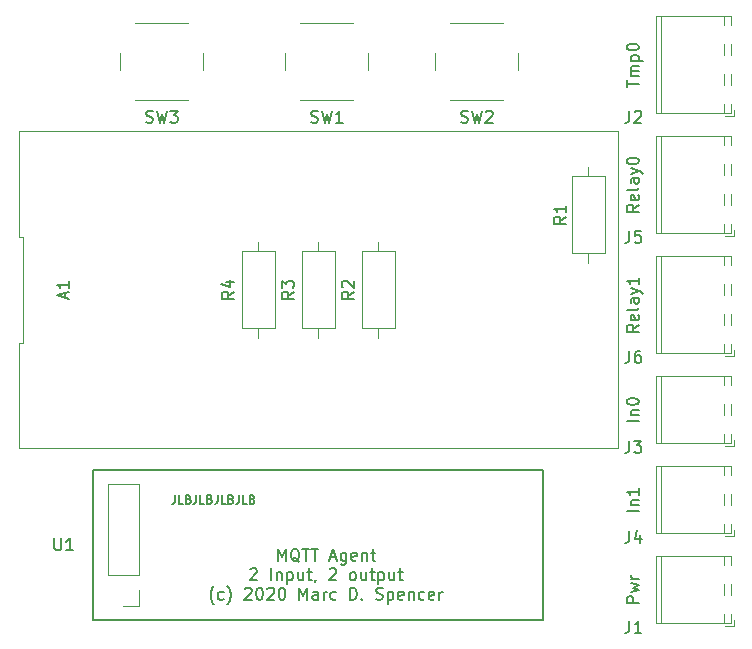
<source format=gbr>
%TF.GenerationSoftware,KiCad,Pcbnew,(5.1.6-0-10_14)*%
%TF.CreationDate,2020-09-21T00:36:23-04:00*%
%TF.ProjectId,MQTT Relay,4d515454-2052-4656-9c61-792e6b696361,rev?*%
%TF.SameCoordinates,Original*%
%TF.FileFunction,Legend,Top*%
%TF.FilePolarity,Positive*%
%FSLAX46Y46*%
G04 Gerber Fmt 4.6, Leading zero omitted, Abs format (unit mm)*
G04 Created by KiCad (PCBNEW (5.1.6-0-10_14)) date 2020-09-21 00:36:23*
%MOMM*%
%LPD*%
G01*
G04 APERTURE LIST*
%ADD10C,0.150000*%
%ADD11C,0.175000*%
%ADD12C,0.120000*%
G04 APERTURE END LIST*
D10*
X98187380Y-83892380D02*
X98187380Y-82892380D01*
X98520714Y-83606666D01*
X98854047Y-82892380D01*
X98854047Y-83892380D01*
X99996904Y-83987619D02*
X99901666Y-83940000D01*
X99806428Y-83844761D01*
X99663571Y-83701904D01*
X99568333Y-83654285D01*
X99473095Y-83654285D01*
X99520714Y-83892380D02*
X99425476Y-83844761D01*
X99330238Y-83749523D01*
X99282619Y-83559047D01*
X99282619Y-83225714D01*
X99330238Y-83035238D01*
X99425476Y-82940000D01*
X99520714Y-82892380D01*
X99711190Y-82892380D01*
X99806428Y-82940000D01*
X99901666Y-83035238D01*
X99949285Y-83225714D01*
X99949285Y-83559047D01*
X99901666Y-83749523D01*
X99806428Y-83844761D01*
X99711190Y-83892380D01*
X99520714Y-83892380D01*
X100235000Y-82892380D02*
X100806428Y-82892380D01*
X100520714Y-83892380D02*
X100520714Y-82892380D01*
X100996904Y-82892380D02*
X101568333Y-82892380D01*
X101282619Y-83892380D02*
X101282619Y-82892380D01*
X102615952Y-83606666D02*
X103092142Y-83606666D01*
X102520714Y-83892380D02*
X102854047Y-82892380D01*
X103187380Y-83892380D01*
X103949285Y-83225714D02*
X103949285Y-84035238D01*
X103901666Y-84130476D01*
X103854047Y-84178095D01*
X103758809Y-84225714D01*
X103615952Y-84225714D01*
X103520714Y-84178095D01*
X103949285Y-83844761D02*
X103854047Y-83892380D01*
X103663571Y-83892380D01*
X103568333Y-83844761D01*
X103520714Y-83797142D01*
X103473095Y-83701904D01*
X103473095Y-83416190D01*
X103520714Y-83320952D01*
X103568333Y-83273333D01*
X103663571Y-83225714D01*
X103854047Y-83225714D01*
X103949285Y-83273333D01*
X104806428Y-83844761D02*
X104711190Y-83892380D01*
X104520714Y-83892380D01*
X104425476Y-83844761D01*
X104377857Y-83749523D01*
X104377857Y-83368571D01*
X104425476Y-83273333D01*
X104520714Y-83225714D01*
X104711190Y-83225714D01*
X104806428Y-83273333D01*
X104854047Y-83368571D01*
X104854047Y-83463809D01*
X104377857Y-83559047D01*
X105282619Y-83225714D02*
X105282619Y-83892380D01*
X105282619Y-83320952D02*
X105330238Y-83273333D01*
X105425476Y-83225714D01*
X105568333Y-83225714D01*
X105663571Y-83273333D01*
X105711190Y-83368571D01*
X105711190Y-83892380D01*
X106044523Y-83225714D02*
X106425476Y-83225714D01*
X106187380Y-82892380D02*
X106187380Y-83749523D01*
X106235000Y-83844761D01*
X106330238Y-83892380D01*
X106425476Y-83892380D01*
X95830238Y-84637619D02*
X95877857Y-84590000D01*
X95973095Y-84542380D01*
X96211190Y-84542380D01*
X96306428Y-84590000D01*
X96354047Y-84637619D01*
X96401666Y-84732857D01*
X96401666Y-84828095D01*
X96354047Y-84970952D01*
X95782619Y-85542380D01*
X96401666Y-85542380D01*
X97592142Y-85542380D02*
X97592142Y-84542380D01*
X98068333Y-84875714D02*
X98068333Y-85542380D01*
X98068333Y-84970952D02*
X98115952Y-84923333D01*
X98211190Y-84875714D01*
X98354047Y-84875714D01*
X98449285Y-84923333D01*
X98496904Y-85018571D01*
X98496904Y-85542380D01*
X98973095Y-84875714D02*
X98973095Y-85875714D01*
X98973095Y-84923333D02*
X99068333Y-84875714D01*
X99258809Y-84875714D01*
X99354047Y-84923333D01*
X99401666Y-84970952D01*
X99449285Y-85066190D01*
X99449285Y-85351904D01*
X99401666Y-85447142D01*
X99354047Y-85494761D01*
X99258809Y-85542380D01*
X99068333Y-85542380D01*
X98973095Y-85494761D01*
X100306428Y-84875714D02*
X100306428Y-85542380D01*
X99877857Y-84875714D02*
X99877857Y-85399523D01*
X99925476Y-85494761D01*
X100020714Y-85542380D01*
X100163571Y-85542380D01*
X100258809Y-85494761D01*
X100306428Y-85447142D01*
X100639761Y-84875714D02*
X101020714Y-84875714D01*
X100782619Y-84542380D02*
X100782619Y-85399523D01*
X100830238Y-85494761D01*
X100925476Y-85542380D01*
X101020714Y-85542380D01*
X101401666Y-85494761D02*
X101401666Y-85542380D01*
X101354047Y-85637619D01*
X101306428Y-85685238D01*
X102544523Y-84637619D02*
X102592142Y-84590000D01*
X102687380Y-84542380D01*
X102925476Y-84542380D01*
X103020714Y-84590000D01*
X103068333Y-84637619D01*
X103115952Y-84732857D01*
X103115952Y-84828095D01*
X103068333Y-84970952D01*
X102496904Y-85542380D01*
X103115952Y-85542380D01*
X104449285Y-85542380D02*
X104354047Y-85494761D01*
X104306428Y-85447142D01*
X104258809Y-85351904D01*
X104258809Y-85066190D01*
X104306428Y-84970952D01*
X104354047Y-84923333D01*
X104449285Y-84875714D01*
X104592142Y-84875714D01*
X104687380Y-84923333D01*
X104735000Y-84970952D01*
X104782619Y-85066190D01*
X104782619Y-85351904D01*
X104735000Y-85447142D01*
X104687380Y-85494761D01*
X104592142Y-85542380D01*
X104449285Y-85542380D01*
X105639761Y-84875714D02*
X105639761Y-85542380D01*
X105211190Y-84875714D02*
X105211190Y-85399523D01*
X105258809Y-85494761D01*
X105354047Y-85542380D01*
X105496904Y-85542380D01*
X105592142Y-85494761D01*
X105639761Y-85447142D01*
X105973095Y-84875714D02*
X106354047Y-84875714D01*
X106115952Y-84542380D02*
X106115952Y-85399523D01*
X106163571Y-85494761D01*
X106258809Y-85542380D01*
X106354047Y-85542380D01*
X106687380Y-84875714D02*
X106687380Y-85875714D01*
X106687380Y-84923333D02*
X106782619Y-84875714D01*
X106973095Y-84875714D01*
X107068333Y-84923333D01*
X107115952Y-84970952D01*
X107163571Y-85066190D01*
X107163571Y-85351904D01*
X107115952Y-85447142D01*
X107068333Y-85494761D01*
X106973095Y-85542380D01*
X106782619Y-85542380D01*
X106687380Y-85494761D01*
X108020714Y-84875714D02*
X108020714Y-85542380D01*
X107592142Y-84875714D02*
X107592142Y-85399523D01*
X107639761Y-85494761D01*
X107735000Y-85542380D01*
X107877857Y-85542380D01*
X107973095Y-85494761D01*
X108020714Y-85447142D01*
X108354047Y-84875714D02*
X108735000Y-84875714D01*
X108496904Y-84542380D02*
X108496904Y-85399523D01*
X108544523Y-85494761D01*
X108639761Y-85542380D01*
X108735000Y-85542380D01*
X92758809Y-87573333D02*
X92711190Y-87525714D01*
X92615952Y-87382857D01*
X92568333Y-87287619D01*
X92520714Y-87144761D01*
X92473095Y-86906666D01*
X92473095Y-86716190D01*
X92520714Y-86478095D01*
X92568333Y-86335238D01*
X92615952Y-86240000D01*
X92711190Y-86097142D01*
X92758809Y-86049523D01*
X93568333Y-87144761D02*
X93473095Y-87192380D01*
X93282619Y-87192380D01*
X93187380Y-87144761D01*
X93139761Y-87097142D01*
X93092142Y-87001904D01*
X93092142Y-86716190D01*
X93139761Y-86620952D01*
X93187380Y-86573333D01*
X93282619Y-86525714D01*
X93473095Y-86525714D01*
X93568333Y-86573333D01*
X93901666Y-87573333D02*
X93949285Y-87525714D01*
X94044523Y-87382857D01*
X94092142Y-87287619D01*
X94139761Y-87144761D01*
X94187380Y-86906666D01*
X94187380Y-86716190D01*
X94139761Y-86478095D01*
X94092142Y-86335238D01*
X94044523Y-86240000D01*
X93949285Y-86097142D01*
X93901666Y-86049523D01*
X95377857Y-86287619D02*
X95425476Y-86240000D01*
X95520714Y-86192380D01*
X95758809Y-86192380D01*
X95854047Y-86240000D01*
X95901666Y-86287619D01*
X95949285Y-86382857D01*
X95949285Y-86478095D01*
X95901666Y-86620952D01*
X95330238Y-87192380D01*
X95949285Y-87192380D01*
X96568333Y-86192380D02*
X96663571Y-86192380D01*
X96758809Y-86240000D01*
X96806428Y-86287619D01*
X96854047Y-86382857D01*
X96901666Y-86573333D01*
X96901666Y-86811428D01*
X96854047Y-87001904D01*
X96806428Y-87097142D01*
X96758809Y-87144761D01*
X96663571Y-87192380D01*
X96568333Y-87192380D01*
X96473095Y-87144761D01*
X96425476Y-87097142D01*
X96377857Y-87001904D01*
X96330238Y-86811428D01*
X96330238Y-86573333D01*
X96377857Y-86382857D01*
X96425476Y-86287619D01*
X96473095Y-86240000D01*
X96568333Y-86192380D01*
X97282619Y-86287619D02*
X97330238Y-86240000D01*
X97425476Y-86192380D01*
X97663571Y-86192380D01*
X97758809Y-86240000D01*
X97806428Y-86287619D01*
X97854047Y-86382857D01*
X97854047Y-86478095D01*
X97806428Y-86620952D01*
X97235000Y-87192380D01*
X97854047Y-87192380D01*
X98473095Y-86192380D02*
X98568333Y-86192380D01*
X98663571Y-86240000D01*
X98711190Y-86287619D01*
X98758809Y-86382857D01*
X98806428Y-86573333D01*
X98806428Y-86811428D01*
X98758809Y-87001904D01*
X98711190Y-87097142D01*
X98663571Y-87144761D01*
X98568333Y-87192380D01*
X98473095Y-87192380D01*
X98377857Y-87144761D01*
X98330238Y-87097142D01*
X98282619Y-87001904D01*
X98235000Y-86811428D01*
X98235000Y-86573333D01*
X98282619Y-86382857D01*
X98330238Y-86287619D01*
X98377857Y-86240000D01*
X98473095Y-86192380D01*
X99996904Y-87192380D02*
X99996904Y-86192380D01*
X100330238Y-86906666D01*
X100663571Y-86192380D01*
X100663571Y-87192380D01*
X101568333Y-87192380D02*
X101568333Y-86668571D01*
X101520714Y-86573333D01*
X101425476Y-86525714D01*
X101235000Y-86525714D01*
X101139761Y-86573333D01*
X101568333Y-87144761D02*
X101473095Y-87192380D01*
X101235000Y-87192380D01*
X101139761Y-87144761D01*
X101092142Y-87049523D01*
X101092142Y-86954285D01*
X101139761Y-86859047D01*
X101235000Y-86811428D01*
X101473095Y-86811428D01*
X101568333Y-86763809D01*
X102044523Y-87192380D02*
X102044523Y-86525714D01*
X102044523Y-86716190D02*
X102092142Y-86620952D01*
X102139761Y-86573333D01*
X102235000Y-86525714D01*
X102330238Y-86525714D01*
X103092142Y-87144761D02*
X102996904Y-87192380D01*
X102806428Y-87192380D01*
X102711190Y-87144761D01*
X102663571Y-87097142D01*
X102615952Y-87001904D01*
X102615952Y-86716190D01*
X102663571Y-86620952D01*
X102711190Y-86573333D01*
X102806428Y-86525714D01*
X102996904Y-86525714D01*
X103092142Y-86573333D01*
X104282619Y-87192380D02*
X104282619Y-86192380D01*
X104520714Y-86192380D01*
X104663571Y-86240000D01*
X104758809Y-86335238D01*
X104806428Y-86430476D01*
X104854047Y-86620952D01*
X104854047Y-86763809D01*
X104806428Y-86954285D01*
X104758809Y-87049523D01*
X104663571Y-87144761D01*
X104520714Y-87192380D01*
X104282619Y-87192380D01*
X105282619Y-87097142D02*
X105330238Y-87144761D01*
X105282619Y-87192380D01*
X105235000Y-87144761D01*
X105282619Y-87097142D01*
X105282619Y-87192380D01*
X106473095Y-87144761D02*
X106615952Y-87192380D01*
X106854047Y-87192380D01*
X106949285Y-87144761D01*
X106996904Y-87097142D01*
X107044523Y-87001904D01*
X107044523Y-86906666D01*
X106996904Y-86811428D01*
X106949285Y-86763809D01*
X106854047Y-86716190D01*
X106663571Y-86668571D01*
X106568333Y-86620952D01*
X106520714Y-86573333D01*
X106473095Y-86478095D01*
X106473095Y-86382857D01*
X106520714Y-86287619D01*
X106568333Y-86240000D01*
X106663571Y-86192380D01*
X106901666Y-86192380D01*
X107044523Y-86240000D01*
X107473095Y-86525714D02*
X107473095Y-87525714D01*
X107473095Y-86573333D02*
X107568333Y-86525714D01*
X107758809Y-86525714D01*
X107854047Y-86573333D01*
X107901666Y-86620952D01*
X107949285Y-86716190D01*
X107949285Y-87001904D01*
X107901666Y-87097142D01*
X107854047Y-87144761D01*
X107758809Y-87192380D01*
X107568333Y-87192380D01*
X107473095Y-87144761D01*
X108758809Y-87144761D02*
X108663571Y-87192380D01*
X108473095Y-87192380D01*
X108377857Y-87144761D01*
X108330238Y-87049523D01*
X108330238Y-86668571D01*
X108377857Y-86573333D01*
X108473095Y-86525714D01*
X108663571Y-86525714D01*
X108758809Y-86573333D01*
X108806428Y-86668571D01*
X108806428Y-86763809D01*
X108330238Y-86859047D01*
X109235000Y-86525714D02*
X109235000Y-87192380D01*
X109235000Y-86620952D02*
X109282619Y-86573333D01*
X109377857Y-86525714D01*
X109520714Y-86525714D01*
X109615952Y-86573333D01*
X109663571Y-86668571D01*
X109663571Y-87192380D01*
X110568333Y-87144761D02*
X110473095Y-87192380D01*
X110282619Y-87192380D01*
X110187380Y-87144761D01*
X110139761Y-87097142D01*
X110092142Y-87001904D01*
X110092142Y-86716190D01*
X110139761Y-86620952D01*
X110187380Y-86573333D01*
X110282619Y-86525714D01*
X110473095Y-86525714D01*
X110568333Y-86573333D01*
X111377857Y-87144761D02*
X111282619Y-87192380D01*
X111092142Y-87192380D01*
X110996904Y-87144761D01*
X110949285Y-87049523D01*
X110949285Y-86668571D01*
X110996904Y-86573333D01*
X111092142Y-86525714D01*
X111282619Y-86525714D01*
X111377857Y-86573333D01*
X111425476Y-86668571D01*
X111425476Y-86763809D01*
X110949285Y-86859047D01*
X111854047Y-87192380D02*
X111854047Y-86525714D01*
X111854047Y-86716190D02*
X111901666Y-86620952D01*
X111949285Y-86573333D01*
X112044523Y-86525714D01*
X112139761Y-86525714D01*
X128722380Y-87455238D02*
X127722380Y-87455238D01*
X127722380Y-87074285D01*
X127770000Y-86979047D01*
X127817619Y-86931428D01*
X127912857Y-86883809D01*
X128055714Y-86883809D01*
X128150952Y-86931428D01*
X128198571Y-86979047D01*
X128246190Y-87074285D01*
X128246190Y-87455238D01*
X128055714Y-86550476D02*
X128722380Y-86360000D01*
X128246190Y-86169523D01*
X128722380Y-85979047D01*
X128055714Y-85788571D01*
X128722380Y-85407619D02*
X128055714Y-85407619D01*
X128246190Y-85407619D02*
X128150952Y-85360000D01*
X128103333Y-85312380D01*
X128055714Y-85217142D01*
X128055714Y-85121904D01*
X128722380Y-79668571D02*
X127722380Y-79668571D01*
X128055714Y-79192380D02*
X128722380Y-79192380D01*
X128150952Y-79192380D02*
X128103333Y-79144761D01*
X128055714Y-79049523D01*
X128055714Y-78906666D01*
X128103333Y-78811428D01*
X128198571Y-78763809D01*
X128722380Y-78763809D01*
X128722380Y-77763809D02*
X128722380Y-78335238D01*
X128722380Y-78049523D02*
X127722380Y-78049523D01*
X127865238Y-78144761D01*
X127960476Y-78240000D01*
X128008095Y-78335238D01*
X128722380Y-72048571D02*
X127722380Y-72048571D01*
X128055714Y-71572380D02*
X128722380Y-71572380D01*
X128150952Y-71572380D02*
X128103333Y-71524761D01*
X128055714Y-71429523D01*
X128055714Y-71286666D01*
X128103333Y-71191428D01*
X128198571Y-71143809D01*
X128722380Y-71143809D01*
X127722380Y-70477142D02*
X127722380Y-70381904D01*
X127770000Y-70286666D01*
X127817619Y-70239047D01*
X127912857Y-70191428D01*
X128103333Y-70143809D01*
X128341428Y-70143809D01*
X128531904Y-70191428D01*
X128627142Y-70239047D01*
X128674761Y-70286666D01*
X128722380Y-70381904D01*
X128722380Y-70477142D01*
X128674761Y-70572380D01*
X128627142Y-70620000D01*
X128531904Y-70667619D01*
X128341428Y-70715238D01*
X128103333Y-70715238D01*
X127912857Y-70667619D01*
X127817619Y-70620000D01*
X127770000Y-70572380D01*
X127722380Y-70477142D01*
X128722380Y-63920476D02*
X128246190Y-64253809D01*
X128722380Y-64491904D02*
X127722380Y-64491904D01*
X127722380Y-64110952D01*
X127770000Y-64015714D01*
X127817619Y-63968095D01*
X127912857Y-63920476D01*
X128055714Y-63920476D01*
X128150952Y-63968095D01*
X128198571Y-64015714D01*
X128246190Y-64110952D01*
X128246190Y-64491904D01*
X128674761Y-63110952D02*
X128722380Y-63206190D01*
X128722380Y-63396666D01*
X128674761Y-63491904D01*
X128579523Y-63539523D01*
X128198571Y-63539523D01*
X128103333Y-63491904D01*
X128055714Y-63396666D01*
X128055714Y-63206190D01*
X128103333Y-63110952D01*
X128198571Y-63063333D01*
X128293809Y-63063333D01*
X128389047Y-63539523D01*
X128722380Y-62491904D02*
X128674761Y-62587142D01*
X128579523Y-62634761D01*
X127722380Y-62634761D01*
X128722380Y-61682380D02*
X128198571Y-61682380D01*
X128103333Y-61730000D01*
X128055714Y-61825238D01*
X128055714Y-62015714D01*
X128103333Y-62110952D01*
X128674761Y-61682380D02*
X128722380Y-61777619D01*
X128722380Y-62015714D01*
X128674761Y-62110952D01*
X128579523Y-62158571D01*
X128484285Y-62158571D01*
X128389047Y-62110952D01*
X128341428Y-62015714D01*
X128341428Y-61777619D01*
X128293809Y-61682380D01*
X128055714Y-61301428D02*
X128722380Y-61063333D01*
X128055714Y-60825238D02*
X128722380Y-61063333D01*
X128960476Y-61158571D01*
X129008095Y-61206190D01*
X129055714Y-61301428D01*
X128722380Y-59920476D02*
X128722380Y-60491904D01*
X128722380Y-60206190D02*
X127722380Y-60206190D01*
X127865238Y-60301428D01*
X127960476Y-60396666D01*
X128008095Y-60491904D01*
X128722380Y-53760476D02*
X128246190Y-54093809D01*
X128722380Y-54331904D02*
X127722380Y-54331904D01*
X127722380Y-53950952D01*
X127770000Y-53855714D01*
X127817619Y-53808095D01*
X127912857Y-53760476D01*
X128055714Y-53760476D01*
X128150952Y-53808095D01*
X128198571Y-53855714D01*
X128246190Y-53950952D01*
X128246190Y-54331904D01*
X128674761Y-52950952D02*
X128722380Y-53046190D01*
X128722380Y-53236666D01*
X128674761Y-53331904D01*
X128579523Y-53379523D01*
X128198571Y-53379523D01*
X128103333Y-53331904D01*
X128055714Y-53236666D01*
X128055714Y-53046190D01*
X128103333Y-52950952D01*
X128198571Y-52903333D01*
X128293809Y-52903333D01*
X128389047Y-53379523D01*
X128722380Y-52331904D02*
X128674761Y-52427142D01*
X128579523Y-52474761D01*
X127722380Y-52474761D01*
X128722380Y-51522380D02*
X128198571Y-51522380D01*
X128103333Y-51570000D01*
X128055714Y-51665238D01*
X128055714Y-51855714D01*
X128103333Y-51950952D01*
X128674761Y-51522380D02*
X128722380Y-51617619D01*
X128722380Y-51855714D01*
X128674761Y-51950952D01*
X128579523Y-51998571D01*
X128484285Y-51998571D01*
X128389047Y-51950952D01*
X128341428Y-51855714D01*
X128341428Y-51617619D01*
X128293809Y-51522380D01*
X128055714Y-51141428D02*
X128722380Y-50903333D01*
X128055714Y-50665238D02*
X128722380Y-50903333D01*
X128960476Y-50998571D01*
X129008095Y-51046190D01*
X129055714Y-51141428D01*
X127722380Y-50093809D02*
X127722380Y-49998571D01*
X127770000Y-49903333D01*
X127817619Y-49855714D01*
X127912857Y-49808095D01*
X128103333Y-49760476D01*
X128341428Y-49760476D01*
X128531904Y-49808095D01*
X128627142Y-49855714D01*
X128674761Y-49903333D01*
X128722380Y-49998571D01*
X128722380Y-50093809D01*
X128674761Y-50189047D01*
X128627142Y-50236666D01*
X128531904Y-50284285D01*
X128341428Y-50331904D01*
X128103333Y-50331904D01*
X127912857Y-50284285D01*
X127817619Y-50236666D01*
X127770000Y-50189047D01*
X127722380Y-50093809D01*
X127722380Y-43790952D02*
X127722380Y-43219523D01*
X128722380Y-43505238D02*
X127722380Y-43505238D01*
X128722380Y-42886190D02*
X128055714Y-42886190D01*
X128150952Y-42886190D02*
X128103333Y-42838571D01*
X128055714Y-42743333D01*
X128055714Y-42600476D01*
X128103333Y-42505238D01*
X128198571Y-42457619D01*
X128722380Y-42457619D01*
X128198571Y-42457619D02*
X128103333Y-42410000D01*
X128055714Y-42314761D01*
X128055714Y-42171904D01*
X128103333Y-42076666D01*
X128198571Y-42029047D01*
X128722380Y-42029047D01*
X128055714Y-41552857D02*
X129055714Y-41552857D01*
X128103333Y-41552857D02*
X128055714Y-41457619D01*
X128055714Y-41267142D01*
X128103333Y-41171904D01*
X128150952Y-41124285D01*
X128246190Y-41076666D01*
X128531904Y-41076666D01*
X128627142Y-41124285D01*
X128674761Y-41171904D01*
X128722380Y-41267142D01*
X128722380Y-41457619D01*
X128674761Y-41552857D01*
X127722380Y-40457619D02*
X127722380Y-40362380D01*
X127770000Y-40267142D01*
X127817619Y-40219523D01*
X127912857Y-40171904D01*
X128103333Y-40124285D01*
X128341428Y-40124285D01*
X128531904Y-40171904D01*
X128627142Y-40219523D01*
X128674761Y-40267142D01*
X128722380Y-40362380D01*
X128722380Y-40457619D01*
X128674761Y-40552857D01*
X128627142Y-40600476D01*
X128531904Y-40648095D01*
X128341428Y-40695714D01*
X128103333Y-40695714D01*
X127912857Y-40648095D01*
X127817619Y-40600476D01*
X127770000Y-40552857D01*
X127722380Y-40457619D01*
D11*
X89476666Y-78356666D02*
X89476666Y-78856666D01*
X89443333Y-78956666D01*
X89376666Y-79023333D01*
X89276666Y-79056666D01*
X89210000Y-79056666D01*
X90143333Y-79056666D02*
X89810000Y-79056666D01*
X89810000Y-78356666D01*
X90610000Y-78690000D02*
X90710000Y-78723333D01*
X90743333Y-78756666D01*
X90776666Y-78823333D01*
X90776666Y-78923333D01*
X90743333Y-78990000D01*
X90710000Y-79023333D01*
X90643333Y-79056666D01*
X90376666Y-79056666D01*
X90376666Y-78356666D01*
X90610000Y-78356666D01*
X90676666Y-78390000D01*
X90710000Y-78423333D01*
X90743333Y-78490000D01*
X90743333Y-78556666D01*
X90710000Y-78623333D01*
X90676666Y-78656666D01*
X90610000Y-78690000D01*
X90376666Y-78690000D01*
X91276666Y-78356666D02*
X91276666Y-78856666D01*
X91243333Y-78956666D01*
X91176666Y-79023333D01*
X91076666Y-79056666D01*
X91010000Y-79056666D01*
X91943333Y-79056666D02*
X91610000Y-79056666D01*
X91610000Y-78356666D01*
X92410000Y-78690000D02*
X92510000Y-78723333D01*
X92543333Y-78756666D01*
X92576666Y-78823333D01*
X92576666Y-78923333D01*
X92543333Y-78990000D01*
X92510000Y-79023333D01*
X92443333Y-79056666D01*
X92176666Y-79056666D01*
X92176666Y-78356666D01*
X92410000Y-78356666D01*
X92476666Y-78390000D01*
X92510000Y-78423333D01*
X92543333Y-78490000D01*
X92543333Y-78556666D01*
X92510000Y-78623333D01*
X92476666Y-78656666D01*
X92410000Y-78690000D01*
X92176666Y-78690000D01*
X93076666Y-78356666D02*
X93076666Y-78856666D01*
X93043333Y-78956666D01*
X92976666Y-79023333D01*
X92876666Y-79056666D01*
X92810000Y-79056666D01*
X93743333Y-79056666D02*
X93410000Y-79056666D01*
X93410000Y-78356666D01*
X94210000Y-78690000D02*
X94310000Y-78723333D01*
X94343333Y-78756666D01*
X94376666Y-78823333D01*
X94376666Y-78923333D01*
X94343333Y-78990000D01*
X94310000Y-79023333D01*
X94243333Y-79056666D01*
X93976666Y-79056666D01*
X93976666Y-78356666D01*
X94210000Y-78356666D01*
X94276666Y-78390000D01*
X94310000Y-78423333D01*
X94343333Y-78490000D01*
X94343333Y-78556666D01*
X94310000Y-78623333D01*
X94276666Y-78656666D01*
X94210000Y-78690000D01*
X93976666Y-78690000D01*
X94876666Y-78356666D02*
X94876666Y-78856666D01*
X94843333Y-78956666D01*
X94776666Y-79023333D01*
X94676666Y-79056666D01*
X94610000Y-79056666D01*
X95543333Y-79056666D02*
X95210000Y-79056666D01*
X95210000Y-78356666D01*
X96010000Y-78690000D02*
X96110000Y-78723333D01*
X96143333Y-78756666D01*
X96176666Y-78823333D01*
X96176666Y-78923333D01*
X96143333Y-78990000D01*
X96110000Y-79023333D01*
X96043333Y-79056666D01*
X95776666Y-79056666D01*
X95776666Y-78356666D01*
X96010000Y-78356666D01*
X96076666Y-78390000D01*
X96110000Y-78423333D01*
X96143333Y-78490000D01*
X96143333Y-78556666D01*
X96110000Y-78623333D01*
X96076666Y-78656666D01*
X96010000Y-78690000D01*
X95776666Y-78690000D01*
D10*
X82550000Y-88900000D02*
X82550000Y-76200000D01*
X120650000Y-88900000D02*
X82550000Y-88900000D01*
X120650000Y-76200000D02*
X120650000Y-88900000D01*
X82550000Y-76200000D02*
X120650000Y-76200000D01*
D12*
%TO.C,A1*%
X76220000Y-65436666D02*
X76220000Y-74389999D01*
X76580000Y-65436666D02*
X76220000Y-65436666D01*
X76580000Y-56483334D02*
X76580000Y-65436666D01*
X76220000Y-56483334D02*
X76580000Y-56483334D01*
X76220000Y-47530000D02*
X76220000Y-56483334D01*
X126980000Y-47530001D02*
X76220000Y-47530000D01*
X126980000Y-74390000D02*
X126980000Y-47530001D01*
X76220000Y-74389999D02*
X126980000Y-74390000D01*
%TO.C,SW2*%
X118510000Y-42370000D02*
X118510000Y-40870000D01*
X117260000Y-38370000D02*
X112760000Y-38370000D01*
X111510000Y-40870000D02*
X111510000Y-42370000D01*
X112760000Y-44870000D02*
X117260000Y-44870000D01*
%TO.C,J6*%
X136750000Y-66570000D02*
X136750000Y-66070000D01*
X136010000Y-66570000D02*
X136750000Y-66570000D01*
X130190000Y-58130000D02*
X136510000Y-58130000D01*
X130190000Y-66330000D02*
X136510000Y-66330000D01*
X136510000Y-58900000D02*
X136510000Y-58130000D01*
X136510000Y-61440000D02*
X136510000Y-60480000D01*
X136510000Y-63980000D02*
X136510000Y-63020000D01*
X136510000Y-66330000D02*
X136510000Y-65560000D01*
X130190000Y-66330000D02*
X130190000Y-58130000D01*
X130650000Y-66330000D02*
X130650000Y-58130000D01*
X135950000Y-58900000D02*
X135950000Y-58130000D01*
X135950000Y-61440000D02*
X135950000Y-60480000D01*
X135950000Y-63980000D02*
X135950000Y-63020000D01*
X135950000Y-66330000D02*
X135950000Y-65560000D01*
%TO.C,J5*%
X136750000Y-56410000D02*
X136750000Y-55910000D01*
X136010000Y-56410000D02*
X136750000Y-56410000D01*
X130190000Y-47970000D02*
X136510000Y-47970000D01*
X130190000Y-56170000D02*
X136510000Y-56170000D01*
X136510000Y-48740000D02*
X136510000Y-47970000D01*
X136510000Y-51280000D02*
X136510000Y-50320000D01*
X136510000Y-53820000D02*
X136510000Y-52860000D01*
X136510000Y-56170000D02*
X136510000Y-55400000D01*
X130190000Y-56170000D02*
X130190000Y-47970000D01*
X130650000Y-56170000D02*
X130650000Y-47970000D01*
X135950000Y-48740000D02*
X135950000Y-47970000D01*
X135950000Y-51280000D02*
X135950000Y-50320000D01*
X135950000Y-53820000D02*
X135950000Y-52860000D01*
X135950000Y-56170000D02*
X135950000Y-55400000D01*
%TO.C,J4*%
X136750000Y-81810000D02*
X136750000Y-81310000D01*
X136010000Y-81810000D02*
X136750000Y-81810000D01*
X130190000Y-75910000D02*
X136510000Y-75910000D01*
X130190000Y-81570000D02*
X136510000Y-81570000D01*
X136510000Y-76680000D02*
X136510000Y-75910000D01*
X136510000Y-79220000D02*
X136510000Y-78260000D01*
X136510000Y-81570000D02*
X136510000Y-80800000D01*
X130190000Y-81570000D02*
X130190000Y-75910000D01*
X130650000Y-81570000D02*
X130650000Y-75910000D01*
X135950000Y-76680000D02*
X135950000Y-75910000D01*
X135950000Y-79220000D02*
X135950000Y-78260000D01*
X135950000Y-81570000D02*
X135950000Y-80800000D01*
%TO.C,U1*%
X86420000Y-87690000D02*
X85090000Y-87690000D01*
X86420000Y-86360000D02*
X86420000Y-87690000D01*
X86420000Y-85090000D02*
X83760000Y-85090000D01*
X83760000Y-85090000D02*
X83760000Y-77410000D01*
X86420000Y-85090000D02*
X86420000Y-77410000D01*
X86420000Y-77410000D02*
X83760000Y-77410000D01*
%TO.C,SW3*%
X91840000Y-42370000D02*
X91840000Y-40870000D01*
X90590000Y-38370000D02*
X86090000Y-38370000D01*
X84840000Y-40870000D02*
X84840000Y-42370000D01*
X86090000Y-44870000D02*
X90590000Y-44870000D01*
%TO.C,SW1*%
X105810000Y-42370000D02*
X105810000Y-40870000D01*
X104560000Y-38370000D02*
X100060000Y-38370000D01*
X98810000Y-40870000D02*
X98810000Y-42370000D01*
X100060000Y-44870000D02*
X104560000Y-44870000D01*
%TO.C,R4*%
X101600000Y-65000000D02*
X101600000Y-64230000D01*
X101600000Y-56920000D02*
X101600000Y-57690000D01*
X102970000Y-64230000D02*
X102970000Y-57690000D01*
X100230000Y-64230000D02*
X102970000Y-64230000D01*
X100230000Y-57690000D02*
X100230000Y-64230000D01*
X102970000Y-57690000D02*
X100230000Y-57690000D01*
%TO.C,R3*%
X96520000Y-65000000D02*
X96520000Y-64230000D01*
X96520000Y-56920000D02*
X96520000Y-57690000D01*
X97890000Y-64230000D02*
X97890000Y-57690000D01*
X95150000Y-64230000D02*
X97890000Y-64230000D01*
X95150000Y-57690000D02*
X95150000Y-64230000D01*
X97890000Y-57690000D02*
X95150000Y-57690000D01*
%TO.C,R2*%
X106680000Y-65000000D02*
X106680000Y-64230000D01*
X106680000Y-56920000D02*
X106680000Y-57690000D01*
X108050000Y-64230000D02*
X108050000Y-57690000D01*
X105310000Y-64230000D02*
X108050000Y-64230000D01*
X105310000Y-57690000D02*
X105310000Y-64230000D01*
X108050000Y-57690000D02*
X105310000Y-57690000D01*
%TO.C,R1*%
X124460000Y-50570000D02*
X124460000Y-51340000D01*
X124460000Y-58650000D02*
X124460000Y-57880000D01*
X123090000Y-51340000D02*
X123090000Y-57880000D01*
X125830000Y-51340000D02*
X123090000Y-51340000D01*
X125830000Y-57880000D02*
X125830000Y-51340000D01*
X123090000Y-57880000D02*
X125830000Y-57880000D01*
%TO.C,J3*%
X136750000Y-74190000D02*
X136750000Y-73690000D01*
X136010000Y-74190000D02*
X136750000Y-74190000D01*
X130190000Y-68290000D02*
X136510000Y-68290000D01*
X130190000Y-73950000D02*
X136510000Y-73950000D01*
X136510000Y-69060000D02*
X136510000Y-68290000D01*
X136510000Y-71600000D02*
X136510000Y-70640000D01*
X136510000Y-73950000D02*
X136510000Y-73180000D01*
X130190000Y-73950000D02*
X130190000Y-68290000D01*
X130650000Y-73950000D02*
X130650000Y-68290000D01*
X135950000Y-69060000D02*
X135950000Y-68290000D01*
X135950000Y-71600000D02*
X135950000Y-70640000D01*
X135950000Y-73950000D02*
X135950000Y-73180000D01*
%TO.C,J2*%
X136750000Y-46250000D02*
X136750000Y-45750000D01*
X136010000Y-46250000D02*
X136750000Y-46250000D01*
X130190000Y-37810000D02*
X136510000Y-37810000D01*
X130190000Y-46010000D02*
X136510000Y-46010000D01*
X136510000Y-38580000D02*
X136510000Y-37810000D01*
X136510000Y-41120000D02*
X136510000Y-40160000D01*
X136510000Y-43660000D02*
X136510000Y-42700000D01*
X136510000Y-46010000D02*
X136510000Y-45240000D01*
X130190000Y-46010000D02*
X130190000Y-37810000D01*
X130650000Y-46010000D02*
X130650000Y-37810000D01*
X135950000Y-38580000D02*
X135950000Y-37810000D01*
X135950000Y-41120000D02*
X135950000Y-40160000D01*
X135950000Y-43660000D02*
X135950000Y-42700000D01*
X135950000Y-46010000D02*
X135950000Y-45240000D01*
%TO.C,J1*%
X136750000Y-89430000D02*
X136750000Y-88930000D01*
X136010000Y-89430000D02*
X136750000Y-89430000D01*
X130190000Y-83530000D02*
X136510000Y-83530000D01*
X130190000Y-89190000D02*
X136510000Y-89190000D01*
X136510000Y-84300000D02*
X136510000Y-83530000D01*
X136510000Y-86840000D02*
X136510000Y-85880000D01*
X136510000Y-89190000D02*
X136510000Y-88420000D01*
X130190000Y-89190000D02*
X130190000Y-83530000D01*
X130650000Y-89190000D02*
X130650000Y-83530000D01*
X135950000Y-84300000D02*
X135950000Y-83530000D01*
X135950000Y-86840000D02*
X135950000Y-85880000D01*
X135950000Y-89190000D02*
X135950000Y-88420000D01*
%TO.C,A1*%
D10*
X80176666Y-61674285D02*
X80176666Y-61198095D01*
X80462380Y-61769523D02*
X79462380Y-61436190D01*
X80462380Y-61102857D01*
X80462380Y-60245714D02*
X80462380Y-60817142D01*
X80462380Y-60531428D02*
X79462380Y-60531428D01*
X79605238Y-60626666D01*
X79700476Y-60721904D01*
X79748095Y-60817142D01*
%TO.C,SW2*%
X113676666Y-46759761D02*
X113819523Y-46807380D01*
X114057619Y-46807380D01*
X114152857Y-46759761D01*
X114200476Y-46712142D01*
X114248095Y-46616904D01*
X114248095Y-46521666D01*
X114200476Y-46426428D01*
X114152857Y-46378809D01*
X114057619Y-46331190D01*
X113867142Y-46283571D01*
X113771904Y-46235952D01*
X113724285Y-46188333D01*
X113676666Y-46093095D01*
X113676666Y-45997857D01*
X113724285Y-45902619D01*
X113771904Y-45855000D01*
X113867142Y-45807380D01*
X114105238Y-45807380D01*
X114248095Y-45855000D01*
X114581428Y-45807380D02*
X114819523Y-46807380D01*
X115010000Y-46093095D01*
X115200476Y-46807380D01*
X115438571Y-45807380D01*
X115771904Y-45902619D02*
X115819523Y-45855000D01*
X115914761Y-45807380D01*
X116152857Y-45807380D01*
X116248095Y-45855000D01*
X116295714Y-45902619D01*
X116343333Y-45997857D01*
X116343333Y-46093095D01*
X116295714Y-46235952D01*
X115724285Y-46807380D01*
X116343333Y-46807380D01*
%TO.C,J6*%
X127936666Y-66127380D02*
X127936666Y-66841666D01*
X127889047Y-66984523D01*
X127793809Y-67079761D01*
X127650952Y-67127380D01*
X127555714Y-67127380D01*
X128841428Y-66127380D02*
X128650952Y-66127380D01*
X128555714Y-66175000D01*
X128508095Y-66222619D01*
X128412857Y-66365476D01*
X128365238Y-66555952D01*
X128365238Y-66936904D01*
X128412857Y-67032142D01*
X128460476Y-67079761D01*
X128555714Y-67127380D01*
X128746190Y-67127380D01*
X128841428Y-67079761D01*
X128889047Y-67032142D01*
X128936666Y-66936904D01*
X128936666Y-66698809D01*
X128889047Y-66603571D01*
X128841428Y-66555952D01*
X128746190Y-66508333D01*
X128555714Y-66508333D01*
X128460476Y-66555952D01*
X128412857Y-66603571D01*
X128365238Y-66698809D01*
%TO.C,J5*%
X127936666Y-55967380D02*
X127936666Y-56681666D01*
X127889047Y-56824523D01*
X127793809Y-56919761D01*
X127650952Y-56967380D01*
X127555714Y-56967380D01*
X128889047Y-55967380D02*
X128412857Y-55967380D01*
X128365238Y-56443571D01*
X128412857Y-56395952D01*
X128508095Y-56348333D01*
X128746190Y-56348333D01*
X128841428Y-56395952D01*
X128889047Y-56443571D01*
X128936666Y-56538809D01*
X128936666Y-56776904D01*
X128889047Y-56872142D01*
X128841428Y-56919761D01*
X128746190Y-56967380D01*
X128508095Y-56967380D01*
X128412857Y-56919761D01*
X128365238Y-56872142D01*
%TO.C,J4*%
X127936666Y-81367380D02*
X127936666Y-82081666D01*
X127889047Y-82224523D01*
X127793809Y-82319761D01*
X127650952Y-82367380D01*
X127555714Y-82367380D01*
X128841428Y-81700714D02*
X128841428Y-82367380D01*
X128603333Y-81319761D02*
X128365238Y-82034047D01*
X128984285Y-82034047D01*
%TO.C,U1*%
X79248095Y-82002380D02*
X79248095Y-82811904D01*
X79295714Y-82907142D01*
X79343333Y-82954761D01*
X79438571Y-83002380D01*
X79629047Y-83002380D01*
X79724285Y-82954761D01*
X79771904Y-82907142D01*
X79819523Y-82811904D01*
X79819523Y-82002380D01*
X80819523Y-83002380D02*
X80248095Y-83002380D01*
X80533809Y-83002380D02*
X80533809Y-82002380D01*
X80438571Y-82145238D01*
X80343333Y-82240476D01*
X80248095Y-82288095D01*
%TO.C,SW3*%
X87006666Y-46759761D02*
X87149523Y-46807380D01*
X87387619Y-46807380D01*
X87482857Y-46759761D01*
X87530476Y-46712142D01*
X87578095Y-46616904D01*
X87578095Y-46521666D01*
X87530476Y-46426428D01*
X87482857Y-46378809D01*
X87387619Y-46331190D01*
X87197142Y-46283571D01*
X87101904Y-46235952D01*
X87054285Y-46188333D01*
X87006666Y-46093095D01*
X87006666Y-45997857D01*
X87054285Y-45902619D01*
X87101904Y-45855000D01*
X87197142Y-45807380D01*
X87435238Y-45807380D01*
X87578095Y-45855000D01*
X87911428Y-45807380D02*
X88149523Y-46807380D01*
X88340000Y-46093095D01*
X88530476Y-46807380D01*
X88768571Y-45807380D01*
X89054285Y-45807380D02*
X89673333Y-45807380D01*
X89340000Y-46188333D01*
X89482857Y-46188333D01*
X89578095Y-46235952D01*
X89625714Y-46283571D01*
X89673333Y-46378809D01*
X89673333Y-46616904D01*
X89625714Y-46712142D01*
X89578095Y-46759761D01*
X89482857Y-46807380D01*
X89197142Y-46807380D01*
X89101904Y-46759761D01*
X89054285Y-46712142D01*
%TO.C,SW1*%
X100976666Y-46759761D02*
X101119523Y-46807380D01*
X101357619Y-46807380D01*
X101452857Y-46759761D01*
X101500476Y-46712142D01*
X101548095Y-46616904D01*
X101548095Y-46521666D01*
X101500476Y-46426428D01*
X101452857Y-46378809D01*
X101357619Y-46331190D01*
X101167142Y-46283571D01*
X101071904Y-46235952D01*
X101024285Y-46188333D01*
X100976666Y-46093095D01*
X100976666Y-45997857D01*
X101024285Y-45902619D01*
X101071904Y-45855000D01*
X101167142Y-45807380D01*
X101405238Y-45807380D01*
X101548095Y-45855000D01*
X101881428Y-45807380D02*
X102119523Y-46807380D01*
X102310000Y-46093095D01*
X102500476Y-46807380D01*
X102738571Y-45807380D01*
X103643333Y-46807380D02*
X103071904Y-46807380D01*
X103357619Y-46807380D02*
X103357619Y-45807380D01*
X103262380Y-45950238D01*
X103167142Y-46045476D01*
X103071904Y-46093095D01*
%TO.C,R4*%
X94432380Y-61126666D02*
X93956190Y-61460000D01*
X94432380Y-61698095D02*
X93432380Y-61698095D01*
X93432380Y-61317142D01*
X93480000Y-61221904D01*
X93527619Y-61174285D01*
X93622857Y-61126666D01*
X93765714Y-61126666D01*
X93860952Y-61174285D01*
X93908571Y-61221904D01*
X93956190Y-61317142D01*
X93956190Y-61698095D01*
X93765714Y-60269523D02*
X94432380Y-60269523D01*
X93384761Y-60507619D02*
X94099047Y-60745714D01*
X94099047Y-60126666D01*
%TO.C,R3*%
X99512380Y-61126666D02*
X99036190Y-61460000D01*
X99512380Y-61698095D02*
X98512380Y-61698095D01*
X98512380Y-61317142D01*
X98560000Y-61221904D01*
X98607619Y-61174285D01*
X98702857Y-61126666D01*
X98845714Y-61126666D01*
X98940952Y-61174285D01*
X98988571Y-61221904D01*
X99036190Y-61317142D01*
X99036190Y-61698095D01*
X98512380Y-60793333D02*
X98512380Y-60174285D01*
X98893333Y-60507619D01*
X98893333Y-60364761D01*
X98940952Y-60269523D01*
X98988571Y-60221904D01*
X99083809Y-60174285D01*
X99321904Y-60174285D01*
X99417142Y-60221904D01*
X99464761Y-60269523D01*
X99512380Y-60364761D01*
X99512380Y-60650476D01*
X99464761Y-60745714D01*
X99417142Y-60793333D01*
%TO.C,R2*%
X104592380Y-61126666D02*
X104116190Y-61460000D01*
X104592380Y-61698095D02*
X103592380Y-61698095D01*
X103592380Y-61317142D01*
X103640000Y-61221904D01*
X103687619Y-61174285D01*
X103782857Y-61126666D01*
X103925714Y-61126666D01*
X104020952Y-61174285D01*
X104068571Y-61221904D01*
X104116190Y-61317142D01*
X104116190Y-61698095D01*
X103687619Y-60745714D02*
X103640000Y-60698095D01*
X103592380Y-60602857D01*
X103592380Y-60364761D01*
X103640000Y-60269523D01*
X103687619Y-60221904D01*
X103782857Y-60174285D01*
X103878095Y-60174285D01*
X104020952Y-60221904D01*
X104592380Y-60793333D01*
X104592380Y-60174285D01*
%TO.C,R1*%
X122542380Y-54776666D02*
X122066190Y-55110000D01*
X122542380Y-55348095D02*
X121542380Y-55348095D01*
X121542380Y-54967142D01*
X121590000Y-54871904D01*
X121637619Y-54824285D01*
X121732857Y-54776666D01*
X121875714Y-54776666D01*
X121970952Y-54824285D01*
X122018571Y-54871904D01*
X122066190Y-54967142D01*
X122066190Y-55348095D01*
X122542380Y-53824285D02*
X122542380Y-54395714D01*
X122542380Y-54110000D02*
X121542380Y-54110000D01*
X121685238Y-54205238D01*
X121780476Y-54300476D01*
X121828095Y-54395714D01*
%TO.C,J3*%
X127936666Y-73747380D02*
X127936666Y-74461666D01*
X127889047Y-74604523D01*
X127793809Y-74699761D01*
X127650952Y-74747380D01*
X127555714Y-74747380D01*
X128317619Y-73747380D02*
X128936666Y-73747380D01*
X128603333Y-74128333D01*
X128746190Y-74128333D01*
X128841428Y-74175952D01*
X128889047Y-74223571D01*
X128936666Y-74318809D01*
X128936666Y-74556904D01*
X128889047Y-74652142D01*
X128841428Y-74699761D01*
X128746190Y-74747380D01*
X128460476Y-74747380D01*
X128365238Y-74699761D01*
X128317619Y-74652142D01*
%TO.C,J2*%
X127936666Y-45807380D02*
X127936666Y-46521666D01*
X127889047Y-46664523D01*
X127793809Y-46759761D01*
X127650952Y-46807380D01*
X127555714Y-46807380D01*
X128365238Y-45902619D02*
X128412857Y-45855000D01*
X128508095Y-45807380D01*
X128746190Y-45807380D01*
X128841428Y-45855000D01*
X128889047Y-45902619D01*
X128936666Y-45997857D01*
X128936666Y-46093095D01*
X128889047Y-46235952D01*
X128317619Y-46807380D01*
X128936666Y-46807380D01*
%TO.C,J1*%
X127936666Y-88987380D02*
X127936666Y-89701666D01*
X127889047Y-89844523D01*
X127793809Y-89939761D01*
X127650952Y-89987380D01*
X127555714Y-89987380D01*
X128936666Y-89987380D02*
X128365238Y-89987380D01*
X128650952Y-89987380D02*
X128650952Y-88987380D01*
X128555714Y-89130238D01*
X128460476Y-89225476D01*
X128365238Y-89273095D01*
%TD*%
M02*

</source>
